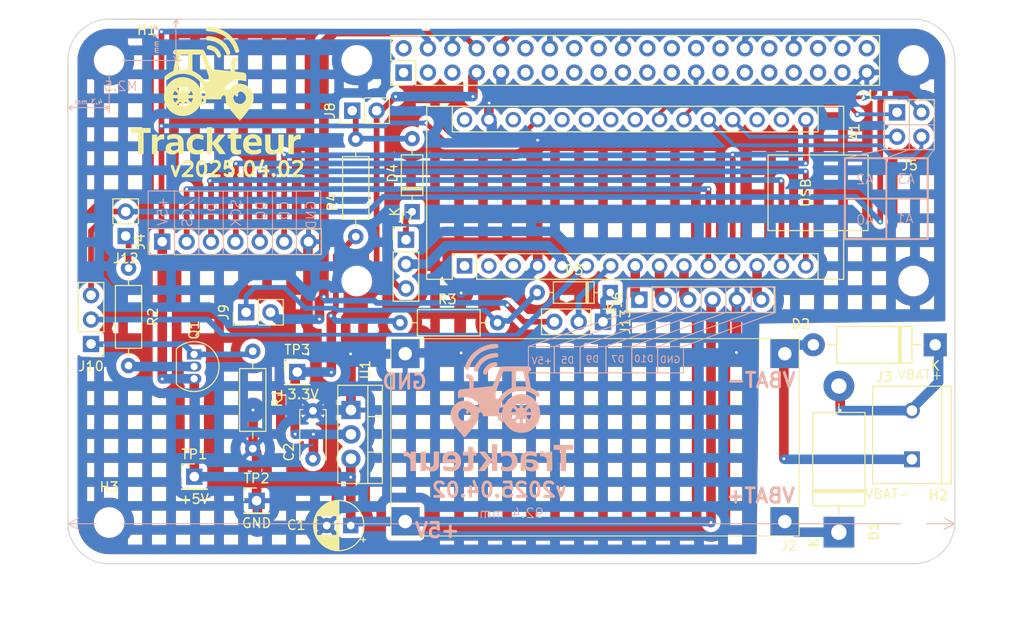
<source format=kicad_pcb>
(kicad_pcb (version 20221018) (generator pcbnew)
  (layers (0 "F.Cu" signal) (31 "B.Cu" signal) (34 "B.Paste" user) (35 "F.Paste" user) (36 "B.SilkS" user "B.Silkscreen") (37 "F.SilkS" user "F.Silkscreen") (38 "B.Mask" user) (39 "F.Mask" user) (44 "Edge.Cuts" user))
  (net 0 "")
  (net 4 "GND")
  (net 5 "CTL")
  (net 6 "TXD_5V")
  (net 7 "RXD_5V")
  (net 8 "{slash}CS")
  (net 9 "CD")
  (net 10 "DI")
  (net 11 "DO")
  (net 12 "SCK")
  (net 19 "+5V")
  (net 22 "RXD")
  (net 23 "Net-(Q1-B)")
  (net 24 "+3.3V")
  (net 29 "TXD")
  (net 54 "CTL_5V")
  (net 55 "D5")
  (net 56 "D9")
  (net 57 "D7")
  (net 58 "D10")
  (net 59 "A0")
  (net 60 "A1")
  (net 61 "A2")
  (net 62 "A3")
  (net 63 "/VBAT+2")
  (net 64 "/VBAT+")
  (net 65 "/VBAT-")
  (net 66 "Net-(D3-K)")
  (net 67 "Net-(D3-A)")
  (net 68 "Net-(D4-K)")
  (net 69 "Net-(D4-A)")
  (net 70 "Net-(J10-Pin_1)")
  (net 71 "Net-(J12-Pin_1)")
  (footprint "Connector_PinHeader_2.54mm:PinHeader_1x01_P2.54mm_Vertical" (layer "F.Cu") (at 176.46 90.53)
    (fp_text reference "TP2")
    (fp_text value "GND")
  )
  (footprint "Diode_THT:D_DO-35_SOD27_P7.62mm_Horizontal" (layer "F.Cu") (at 192.66 60.4 90)
    (fp_text reference "D4")
    (fp_text value "1N4148")
  )
  (footprint "Connector_PinHeader_2.54mm:PinHeader_1x01_P2.54mm_Vertical" (layer "F.Cu") (at 180.69 77.11)
    (fp_text reference "TP3")
    (fp_text value "+3.3V")
  )
  (footprint "Package_TO_SOT_THT:TO-220-3_Vertical" (layer "F.Cu") (at 186.29 81.07 -90)
    (fp_text reference "U1")
    (fp_text value "LD1117S33TR_SOT223")
  )
  (footprint "Diode_THT:D_DO-201AD_P15.24mm_Horizontal" (layer "F.Cu") (at 237.12 93.81 90)
    (fp_text reference "D1")
    (fp_text value "1N5822")
  )
  (footprint "footprint_project:logo_trackteur" (layer "F.Cu") (at 172.299928 48.41741)
    (fp_text reference "G***")
    (fp_text value "LOGO" hide)
  )
  (footprint "MountingHole:MountingHole_2.7mm_M2.5" (layer "F.Cu") (at 161.1 44.62)
    (fp_text reference "H1")
    (fp_text value "MountingHole")
  )
  (footprint "Connector_PinHeader_2.54mm:PinHeader_1x03_P2.54mm_Vertical" (layer "F.Cu") (at 159.21 74.18 180)
    (fp_text reference "J10")
    (fp_text value "Conn_01x03")
  )
  (footprint "Resistor_THT:R_Axial_DIN0207_L6.3mm_D2.5mm_P10.16mm_Horizontal" (layer "F.Cu") (at 163.12 76.44 90)
    (fp_text reference "R2")
    (fp_text value "1k")
  )
  (footprint "Connector_PinHeader_2.54mm:PinHeader_1x03_P2.54mm_Vertical" (layer "F.Cu") (at 212.55 71.87 -90)
    (fp_text reference "J13")
    (fp_text value "Conn_01x03")
  )
  (footprint "Diode_THT:D_DO-35_SOD27_P7.62mm_Horizontal" (layer "F.Cu") (at 213.31 68.82 180)
    (fp_text reference "D3")
    (fp_text value "1N4148")
  )
  (footprint "Diode_THT:D_DO-15_P12.70mm_Horizontal" (layer "F.Cu") (at 247.16 74.27 180)
    (fp_text reference "D2")
    (fp_text value "P6KE18A")
  )
  (footprint "footprint_project:TE_282837-2" (layer "F.Cu") (at 244.73 83.67 90)
    (fp_text reference "J3")
    (fp_text value "BATT_CAR")
  )
  (footprint "Connector_PinHeader_2.54mm:PinHeader_1x06_P2.54mm_Vertical" (layer "F.Cu") (at 216.34 69.57 90)
    (fp_text reference "J6")
    (fp_text value "Conn_01x06")
  )
  (footprint "Capacitor_THT:CP_Radial_D5.0mm_P2.50mm" (layer "F.Cu") (at 186.269513 93.1164 180)
    (fp_text reference "C1")
    (fp_text value "C_Polarized")
  )
  (footprint "MountingHole:MountingHole_2.7mm_M2.5" (layer "F.Cu") (at 186.9 67.62)
    (fp_text reference "H4" hide)
    (fp_text value "MountingHole_2.7mm_M2.5")
  )
  (footprint "Connector_PinHeader_2.54mm:PinHeader_1x02_P2.54mm_Vertical" (layer "F.Cu") (at 175.37 70.88 90)
    (fp_text reference "J9")
    (fp_text value "Conn_01x02")
  )
  (footprint "MountingHole:MountingHole_2.7mm_M2.5" (layer "F.Cu") (at 244.9 44.62)
    (fp_text reference "H3" hide)
    (fp_text value "MountingHole_2.7mm_M2.5")
  )
  (footprint "Resistor_THT:R_Axial_DIN0207_L6.3mm_D2.5mm_P10.16mm_Horizontal" (layer "F.Cu") (at 176.06 85.1 90)
    (fp_text reference "R1")
    (fp_text value "10k")
  )
  (footprint "Connector_PinHeader_2.54mm:PinHeader_1x03_P2.54mm_Vertical" (layer "F.Cu") (at 192.02 63.315)
    (fp_text reference "J7")
    (fp_text value "Conn_01x03")
  )
  (footprint "MountingHole:MountingHole_2.7mm_M2.5" (layer "F.Cu") (at 161.1 92.8)
    (fp_text reference "H3")
    (fp_text value "MountingHole")
  )
  (footprint "Package_TO_SOT_THT:TO-92_Inline" (layer "F.Cu") (at 169.95 75.27 -90)
    (fp_text reference "Q1")
    (fp_text value "2N3904")
  )
  (footprint "Connector_PinHeader_2.54mm:PinHeader_1x02_P2.54mm_Vertical" (layer "F.Cu") (at 162.82 62.925 180)
    (fp_text reference "J12")
    (fp_text value "Conn_01x02")
  )
  (footprint "Connector_PinHeader_2.54mm:PinHeader_1x07_P2.54mm_Vertical" (layer "F.Cu") (at 166.63 63.5212 90)
    (fp_text reference "J4")
    (fp_text value "MicroSD_Breakout")
  )
  (footprint "Connector_PinHeader_2.54mm:PinHeader_1x02_P2.54mm_Vertical" (layer "F.Cu") (at 186.425 49.86 90)
    (fp_text reference "J8")
    (fp_text value "Conn_01x02")
  )
  (footprint "Connector_PinHeader_2.54mm:PinHeader_1x01_P2.54mm_Vertical" (layer "F.Cu") (at 169.97 88.02)
    (fp_text reference "TP1")
    (fp_text value "+5V")
  )
  (footprint "MountingHole:MountingHole_2.7mm_M2.5" (layer "F.Cu") (at 244.9 67.62)
    (fp_text reference "H5" hide)
    (fp_text value "MountingHole_2.7mm_M2.5")
  )
  (footprint "MountingHole:MountingHole_2.7mm_M2.5" (layer "F.Cu") (at 244.9 92.8)
    (fp_text reference "H2")
    (fp_text value "MountingHole")
  )
  (footprint "Resistor_THT:R_Axial_DIN0207_L6.3mm_D2.5mm_P10.16mm_Horizontal" (layer "F.Cu") (at 186.79 52.83 -90)
    (fp_text reference "R4")
    (fp_text value "10k")
  )
  (footprint "Capacitor_THT:C_Disc_D5.0mm_W2.5mm_P5.00mm" (layer "F.Cu") (at 182.33 86.15 90)
    (fp_text reference "C2")
    (fp_text value "C")
  )
  (footprint "footprint_project:LM2596_DC_DC_MODULE" (layer "F.Cu") (at 232.99 94.2 180)
    (fp_text reference "J2")
    (fp_text value "DC/DC")
  )
  (footprint "MountingHole:MountingHole_2.7mm_M2.5" (layer "F.Cu") (at 186.9 44.62)
    (fp_text reference "H2" hide)
    (fp_text value "MountingHole_2.7mm_M2.5")
  )
  (footprint "Connector_PinHeader_2.54mm:PinHeader_2x20_P2.54mm_Vertical" (layer "F.Cu") (at 215.9 44.62 90)
    (fp_text reference "J1")
    (fp_text value "rPi_HDR")
  )
  (footprint "Connector_PinHeader_2.54mm:PinHeader_2x02_P2.54mm_Vertical" (layer "F.Cu") (at 243.1796 50.038)
    (fp_text reference "J5")
    (fp_text value "Conn_02x02_Counter_Clockwise")
  )
  (footprint "Resistor_THT:R_Axial_DIN0207_L6.3mm_D2.5mm_P10.16mm_Horizontal" (layer "F.Cu") (at 201.56 71.97 180)
    (fp_text reference "R3")
    (fp_text value "10k")
  )
  (footprint "Module:Arduino_Nano" (layer "F.Cu") (at 198.12 66.04 90)
    (fp_text reference "A1")
    (fp_text value "Arduino_Nano_v3.x")
  )
  (footprint "footprint_project:logo_trackteur" (layer "B.Cu") (at 200.519272 81.46021 180)
    (fp_text reference "G***")
    (fp_text value "LOGO" hide)
  )
  (gr_line (start 230.4788 68.2076) (end 215.0864 68.3092) (stroke (width 0.1)) (layer "B.SilkS"))
  (gr_line (start 230.5296 70.9) (end 230.4788 68.2076) (stroke (width 0.1)) (layer "B.SilkS"))
  (gr_line (start 225.348 68.2584) (end 225.348 70.9) (stroke (width 0.1)) (layer "B.SilkS"))
  (gr_line (start 241.8588 53.8988) (end 241.8588 48.7172) (stroke (width 0.1)) (layer "B.SilkS"))
  (gr_line (start 241.8588 53.8988) (end 237.744 54.8132) (stroke (width 0.1)) (layer "B.SilkS"))
  (gr_rect (start 204.7766 74.4568) (end 207.469 77.2) (stroke (width 0.1)) (fill none) (layer "B.SilkS"))
  (gr_line (start 217.728 70.8492) (end 207.568 74.4052) (stroke (width 0.1)) (layer "B.SilkS"))
  (gr_line (start 221.03 74.4052) (end 230.5296 70.9) (stroke (width 0.1)) (layer "B.SilkS"))
  (gr_rect (start 237.744 54.8132) (end 246.38 63.246) (stroke (width 0.2)) (fill none) (layer "B.SilkS"))
  (gr_line (start 227.9896 70.9) (end 218.3376 74.4052) (stroke (width 0.1)) (layer "B.SilkS"))
  (gr_line (start 178.1108 64.842) (end 178.1108 58.238) (stroke (width 0.1)) (layer "B.SilkS"))
  (gr_line (start 220.2172 70.9) (end 210.2604 74.4052) (stroke (width 0.1)) (layer "B.SilkS"))
  (gr_line (start 215.0356 70.9) (end 204.8756 74.4052) (stroke (width 0.1)) (layer "B.SilkS"))
  (gr_rect (start 242.062 54.8132) (end 246.38 59.0296) (stroke (width 0.2)) (fill none) (layer "B.SilkS"))
  (gr_line (start 217.728 68.2584) (end 217.728 70.8492) (stroke (width 0.1)) (layer "B.SilkS"))
  (gr_line (start 215.0864 68.3092) (end 215.0356 70.9) (stroke (width 0.1)) (layer "B.SilkS"))
  (gr_line (start 227.9896 68.2076) (end 227.9896 70.9) (stroke (width 0.1)) (layer "B.SilkS"))
  (gr_rect (start 215.5462 74.4568) (end 218.2386 77.2) (stroke (width 0.1)) (fill none) (layer "B.SilkS"))
  (gr_line (start 244.475 48.7426) (end 244.4496 53.8988) (stroke (width 0.1)) (layer "B.SilkS"))
  (gr_line (start 241.8588 51.308) (end 247.0658 51.3334) (stroke (width 0.1)) (layer "B.SilkS"))
  (gr_line (start 220.2172 68.2584) (end 220.2172 70.9) (stroke (width 0.1)) (layer "B.SilkS"))
  (gr_line (start 175.52 64.8928) (end 175.52 58.2888) (stroke (width 0.1)) (layer "B.SilkS"))
  (gr_line (start 247.0404 53.8988) (end 246.38 54.8132) (stroke (width 0.1)) (layer "B.SilkS"))
  (gr_line (start 247.0404 53.8988) (end 241.8588 53.8988) (stroke (width 0.1)) (layer "B.SilkS"))
  (gr_line (start 180.6 64.7912) (end 180.6 58.1872) (stroke (width 0.1)) (layer "B.SilkS"))
  (gr_line (start 247.0912 48.768) (end 247.0404 53.8988) (stroke (width 0.1)) (layer "B.SilkS"))
  (gr_line (start 241.8588 48.7172) (end 247.0912 48.768) (stroke (width 0.1)) (layer "B.SilkS"))
  (gr_line (start 167.9 64.7912) (end 167.9 58.1872) (stroke (width 0.1)) (layer "B.SilkS"))
  (gr_line (start 222.7826 70.9) (end 212.9528 74.4052) (stroke (width 0.1)) (layer "B.SilkS"))
  (gr_line (start 222.7826 68.2584) (end 222.7826 70.9) (stroke (width 0.1)) (layer "B.SilkS"))
  (gr_rect (start 207.469 74.4568) (end 210.1614 77.2) (stroke (width 0.1)) (fill none) (layer "B.SilkS"))
  (gr_rect (start 218.2386 74.4568) (end 220.931 77.2) (stroke (width 0.1)) (fill none) (layer "B.SilkS"))
  (gr_line (start 170.44 64.7912) (end 170.44 58.1872) (stroke (width 0.1)) (layer "B.SilkS"))
  (gr_rect (start 165.1568 62.1496) (end 183.1908 64.842) (stroke (width 0.1)) (fill none) (layer "B.SilkS"))
  (gr_rect (start 212.8538 74.4568) (end 215.5462 77.2) (stroke (width 0.1)) (fill none) (layer "B.SilkS"))
  (gr_line (start 242.062 54.8132) (end 244.4496 53.8988) (stroke (width 0.1)) (layer "B.SilkS"))
  (gr_line (start 225.348 70.9) (end 215.6452 74.4052) (stroke (width 0.1)) (layer "B.SilkS"))
  (gr_line (start 215.0356 70.9) (end 230.5296 70.9) (stroke (width 0.1)) (layer "B.SilkS"))
  (gr_rect (start 165.1568 58.238) (end 183.14 62.1496) (stroke (width 0.1)) (fill none) (layer "B.SilkS"))
  (gr_line (start 172.98 64.842) (end 172.98 58.238) (stroke (width 0.1)) (layer "B.SilkS"))
  (gr_rect (start 210.1614 74.4568) (end 212.8538 77.2) (stroke (width 0.1)) (fill none) (layer "B.SilkS"))
  (gr_rect (start 237.744 59.0296) (end 242.062 63.246) (stroke (width 0.2)) (fill none) (layer "B.SilkS"))
  (gr_line (start 249.2 92.8) (end 249.2 44.62) (stroke (width 0.1)) (layer "Edge.Cuts"))
  (gr_line (start 161.1 97.1) (end 244.9 97.1) (stroke (width 0.1)) (layer "Edge.Cuts"))
  (gr_arc (start 156.8 44.62) (mid 158.059441 41.579441) (end 161.1 40.32) (stroke (width 0.1)) (layer "Edge.Cuts"))
  (gr_line (start 244.9 40.32) (end 161.1 40.32) (stroke (width 0.1)) (layer "Edge.Cuts"))
  (gr_arc (start 249.2 92.8) (mid 247.940559 95.840559) (end 244.9 97.1) (stroke (width 0.1)) (layer "Edge.Cuts"))
  (gr_arc (start 161.1 97.1) (mid 158.059441 95.840559) (end 156.8 92.8) (stroke (width 0.1)) (layer "Edge.Cuts"))
  (gr_line (start 156.8 44.62) (end 156.8 92.8) (stroke (width 0.1)) (layer "Edge.Cuts"))
  (gr_arc (start 244.9 40.32) (mid 247.940559 41.579441) (end 249.2 44.62) (stroke (width 0.1)) (layer "Edge.Cuts"))
  (gr_text "GND" (at 220.677 76.2348) (layer "B.SilkS") (effects (font (size 0.7 0.7) (thickness 0.1)) (justify left bottom mirror)))
  (gr_text "A0\n" (at 240.792 61.8236) (layer "B.SilkS") (effects (font (size 1 1) (thickness 0.1)) (justify left bottom mirror)))
  (gr_text "DO" (at 177.5012 59.2032 90) (layer "B.SilkS") (effects (font (size 1 1) (thickness 0.1)) (justify left bottom mirror)))
  (gr_text "A1" (at 244.9576 61.6712) (layer "B.SilkS") (effects (font (size 1 1) (thickness 0.1)) (justify left bottom mirror)))
  (gr_text "GND" (at 194.3608 78.994) (layer "B.SilkS") (effects (font (size 1.5 1.5) (thickness 0.3) bold) (justify left bottom mirror)))
  (gr_text "M2.5\n" (at 164.12 47.9) (layer "B.SilkS") (effects (font (size 1 1) (thickness 0.1)) (justify left bottom mirror)))
  (gr_text "+5V" (at 167.2396 58.746 90) (layer "B.SilkS") (effects (font (size 1 1) (thickness 0.1)) (justify left bottom mirror)))
  (gr_text "VBAT-" (at 232.7656 78.8416) (layer "B.SilkS") (effects (font (size 1.5 1.5) (thickness 0.3) bold) (justify left bottom mirror)))
  (gr_text "A2" (at 240.792 57.6072) (layer "B.SilkS") (effects (font (size 1 1) (thickness 0.1)) (justify left bottom mirror)))
  (gr_text "VBAT+" (at 232.7148 90.8812) (layer "B.SilkS") (effects (font (size 1.5 1.5) (thickness 0.3) bold) (justify left bottom mirror)))
  (gr_text "v2025.04.02" (at 208.9404 90.2716) (layer "B.SilkS") (effects (font (size 1.5 1.5) (thickness 0.3) bold) (justify left bottom mirror)))
  (gr_text "D10" (at 217.883 76.1332) (layer "B.SilkS") (effects (font (size 0.7 0.7) (thickness 0.1)) (justify left bottom mirror)))
  (gr_text "+5V" (at 207.3166 76.3364) (layer "B.SilkS") (effects (font (size 0.7 0.7) (thickness 0.1)) (justify left bottom mirror)))
  (gr_text "+5V" (at 197.7644 94.488) (layer "B.SilkS") (effects (font (size 1.5 1.5) (thickness 0.3) bold) (justify left bottom mirror)))
  (gr_text "D7" (at 214.835 76.184) (layer "B.SilkS") (effects (font (size 0.7 0.7) (thickness 0.1)) (justify left bottom mirror)))
  (gr_text "DI" (at 172.3704 59.3556 90) (layer "B.SilkS") (effects (font (size 1 1) (thickness 0.1)) (justify left bottom mirror)))
  (gr_text "D9" (at 212.1934 76.184) (layer "B.SilkS") (effects (font (size 0.7 0.7) (thickness 0.1)) (justify left bottom mirror)))
  (gr_text "CD" (at 179.9396 59.2032 90) (layer "B.SilkS") (effects (font (size 1 1) (thickness 0.1)) (justify left bottom mirror)))
  (gr_text "/CS" (at 169.8304 58.9492 90) (layer "B.SilkS") (effects (font (size 1 1) (thickness 0.1)) (justify left bottom mirror)))
  (gr_text "SCK" (at 174.9104 59 90) (layer "B.SilkS") (effects (font (size 1 1) (thickness 0.1)) (justify left bottom mirror)))
  (gr_text "A3" (at 245.11 57.5564) (layer "B.SilkS") (effects (font (size 1 1) (thickness 0.1)) (justify left bottom mirror)))
  (gr_text "GND" (at 182.7336 59.1524 90) (layer "B.SilkS") (effects (font (size 1 1) (thickness 0.1)) (justify left bottom mirror)))
  (gr_text "D5" (at 209.6026 76.2856) (layer "B.SilkS") (effects (font (size 0.7 0.7) (thickness 0.1)) (justify left bottom mirror)))
  (gr_text "VBAT-" (at 239.78 90.41) (layer "F.SilkS") (effects (font (size 1 1) (thickness 0.1)) (justify left bottom)))
  (gr_text "v2025.04.02" (at 167.25 56.8412) (layer "F.SilkS") (effects (font (size 1.5 1.5) (thickness 0.3) bold) (justify left bottom)))
  (gr_text "VBAT+" (at 243.17 78) (layer "F.SilkS") (effects (font (size 1 1) (thickness 0.1)) (justify left bottom)))
  (dimension (type aligned) (layer "B.SilkS") (pts (xy 161.1 44.62) (xy 156.8 44.62)) (height -4.92) (gr_text "4,3 mm" (at 158.95 48.94) (layer "B.SilkS") (effects (font (size 0.5 0.5) (thickness 0.1)) (justify mirror))) (format (prefix "") (suffix "") (units 3) (units_format 1) (precision 4) suppress_zeroes) (style (thickness 0.1) (arrow_length 0.5) (text_position_mode 0) (extension_height 0.58642) (extension_offset 0.5) keep_text_aligned))
  (dimension (type aligned) (layer "B.SilkS") (pts (xy 161.1 44.62) (xy 161.1 40.32)) (height 6.95) (gr_text "4,3 mm" (at 166 42.45 90) (layer "B.SilkS") (effects (font (size 0.5 0.5) (thickness 0.1)) (justify mirror))) (format (prefix "") (suffix "") (units 3) (units_format 1) (precision 4) suppress_zeroes) (style (thickness 0.1) (arrow_length 0.5) (text_position_mode 2) (extension_height 0.58642) (extension_offset 0.5) keep_text_aligned))
  (dimension (type aligned) (layer "B.SilkS") (pts (xy 249.2 92.8) (xy 156.8 92.8)) (height -0.13) (gr_text "92,4 mm" (at 203 91.83) (layer "B.SilkS") (effects (font (size 1 1) (thickness 0.1)) (justify mirror))) (format (prefix "") (suffix "") (units 3) (units_format 1) (precision 4) suppress_zeroes) (style (thickness 0.1) (arrow_length 1.27) (text_position_mode 0) (extension_height 0.58642) (extension_offset 0.5) keep_text_aligned))
  (segment (start 240.04 45.9) (end 240.03 45.89) (width 1) (layer "F.Cu") (net 4))
  (segment (start 176.46 85.5) (end 176.06 85.1) (width 1) (layer "F.Cu") (net 4))
  (segment (start 186.29 81.07) (end 186.29 75.26) (width 1) (layer "F.Cu") (net 4))
  (segment (start 226.45 75.075) (end 226.45 69.62) (width 1) (layer "F.Cu") (net 4))
  (segment (start 232.445 43.315) (end 232.41 43.35) (width 0.6) (layer "F.Cu") (net 4))
  (segment (start 226.45 69.62) (end 226.5 69.57) (width 1) (layer "F.Cu") (net 4))
  (segment (start 186.29 75.26) (end 186.25 75.22) (width 1) (layer "F.Cu") (net 4))
  (segment (start 200.66 50.8) (end 200.66 49.09) (width 1) (layer "F.Cu") (net 4))
  (segment (start 200.66 49.09) (end 200.69 49.06) (width 1) (layer "F.Cu") (net 4))
  (segment (start 205.67 66.11) (end 205.74 66.04) (width 1) (layer "F.Cu") (net 4))
  (segment (start 227.32 43.34) (end 227.33 43.35) (width 0.6) (layer "F.Cu") (net 4))
  (segment (start 205.74 52.945) (end 205.74 66.04) (width 1) (layer "F.Cu") (net 4))
  (segment (start 176.46 90.53) (end 176.46 85.5) (width 1) (layer "F.Cu") (net 4))
  (segment (start 197.77 75.115) (end 197.77 68.865) (width 1) (layer "F.Cu") (net 4))
  (segment (start 176.09 85.07) (end 176.06 85.1) (width 1) (layer "F.Cu") (net 4))
  (segment (start 181.81 63.5812) (end 181.87 63.5212) (width 1) (layer "F.Cu") (net 4))
  (segment (start 176.55 93.01) (end 176.55 90.62) (width 1) (layer "F.Cu") (net 4))
  (segment (start 205.745 52.94) (end 205.74 52.945) (width 1) (layer "F.Cu") (net 4))
  (segment (start 201.92 45.9) (end 201.93 45.89) (width 1) (layer "F.Cu") (net 4))
  (segment (start 176.55 90.62) (end 176.46 90.53) (width 1) (layer "F.Cu") (net 4))
  (segment (start 176.09 81.07) (end 176.09 85.07) (width 1) (layer "F.Cu") (net 4))
  (segment (start 181.81 75.24) (end 181.81 63.5812) (width 1) (layer "F.Cu") (net 4))
  (via (at 200.69 49.06) (size 0.6) (drill 0.3) (layers "F.Cu" "B.Cu") (net 4))
  (via (at 176.55 93.01) (size 0.6) (drill 0.3) (layers "F.Cu" "B.Cu") (net 4))
  (via (at 176.09 81.07) (size 0.6) (drill 0.3) (layers "F.Cu" "B.Cu") (net 4))
  (via (at 186.25 75.22) (size 0.6) (drill 0.3) (layers "F.Cu" "B.Cu") (net 4))
  (via (at 181.81 75.24) (size 0.6) (drill 0.3) (layers "F.Cu" "B.Cu") (net 4))
  (via (at 197.77 75.115) (size 0.6) (drill 0.3) (layers "F.Cu" "B.Cu") (net 4))
  (via (at 197.77 68.865) (size 0.6) (drill 0.3) (layers "F.Cu" "B.Cu") (net 4))
  (via (at 205.745 52.94) (size 0.6) (drill 0.3) (layers "F.Cu" "B.Cu") (net 4))
  (via (at 226.45 75.075) (size 0.6) (drill 0.3) (layers "F.Cu" "B.Cu") (net 4))
  (segment (start 200.995 51.135) (end 200.66 50.8) (width 1) (layer "B.Cu") (net 4))
  (segment (start 214.63 43.35) (end 214.63 42.42) (width 0.6) (layer "B.Cu") (net 4))
  (segment (start 183.5164 93.1164) (end 183.5 93.1) (width 1) (layer "B.Cu") (net 4))
  (segment (start 197.77 68.865) (end 198.305 68.33) (width 1) (layer "B.Cu") (net 4))
  (segment (start 222.25 49.03) (end 236.89 49.03) (width 0.4) (layer "B.Cu") (net 4))
  (segment (start 191.94 75.2) (end 192.025 75.115) (width 1) (layer "B.Cu") (net 4))
  (segment (start 186.29 81.07) (end 182.41 81.07) (width 1) (layer "B.Cu") (net 4))
  (segment (start 196.85 43.35) (end 196.85 42.24) (width 0.6) (layer "B.Cu") (net 4))
  (segment (start 207.01 43.35) (end 207.01 41.63) (width 0.6) (layer "B.Cu") (net 4))
  (segment (start 227.33 43.35) (end 227.33 42.37) (width 0.6) (layer "B.Cu") (net 4))
  (segment (start 241.77 41.645) (end 241.795 41.62) (width 0.6) (layer "B.Cu") (net 4))
  (segment (start 192.025 75.115) (end 197.77 75.115) (width 1) (layer "B.Cu") (net 4))
  (segment (start 232.41 42.27) (end 233.06 41.62) (width 0.6) (layer "B.Cu") (net 4))
  (segment (start 241.795 41.62) (end 233.06 41.62) (width 0.6) (layer "B.Cu") (net 4))
  (segment (start 183.5 93.1) (end 176.64 93.1) (width 1) (layer "B.Cu") (net 4))
  (segment (start 197.47 41.62) (end 207 41.62) (width 0.6) (layer "B.Cu") (net 4))
  (segment (start 205.72 52.915) (end 200.995 52.915) (width 1) (layer "B.Cu") (net 4))
  (segment (start 181.83 75.22) (end 181.81 75.24) (width 1) (layer "B.Cu") (net 4))
  (segment (start 226.41 75.115) (end 226.45 75.075) (width 1) (layer "B.Cu") (net 4))
  (segment (start 203.52 68.33) (end 205.74 66.11) (width 1) (layer "B.Cu") (net 4))
  (segment (start 222.25 45.89) (end 222.25 49.03) (width 0.4) (layer "B.Cu") (net 4))
  (segment (start 176.64 93.1) (end 176.55 93.01) (width 1) (layer "B.Cu") (net 4))
  (segment (start 196.85 42.24) (end 197.47 41.62) (width 0.6) (layer "B.Cu") (net 4))
  (segment (start 201.92 49.06) (end 222.22 49.06) (width 1) (layer "B.Cu") (net 4))
  (segment (start 236.89 49.03) (end 240.03 45.89) (width 0.4) (layer "B.Cu") (net 4))
  (segment (start 227.33 42.37) (end 228.08 41.62) (width 0.6) (layer "B.Cu") (net 4))
  (segment (start 201.93 49.05) (end 201.92 49.06) (width 1) (layer "B.Cu") (net 4))
  (segment (start 200.995 52.915) (end 200.995 51.135) (width 1) (layer "B.Cu") (net 4))
  (segment (start 201.93 45.89) (end 201.93 49.05) (width 1) (layer "B.Cu") (net 4))
  (segment (start 207.01 41.63) (end 207.02 41.62) (width 0.6) (layer "B.Cu") (net 4))
  (segment (start 240.055 45.865) (end 241.77 45.865) (width 0.6) (layer "B.Cu") (net 4))
  (segment (start 183.769513 93.1164) (end 183.5164 93.1164) (width 1) (layer "B.Cu") (net 4))
  (segment (start 198.305 68.33) (end 203.52 68.33) (width 1) (layer "B.Cu") (net 4))
  (segment (start 186.25 75.22) (end 191.92 75.22) (width 1) (layer "B.Cu") (net 4))
  (segment (start 240.03 45.89) (end 240.055 45.865) (width 0.6) (layer "B.Cu") (net 4))
  (segment (start 228.08 41.62) (end 215.43 41.62) (width 0.6) (layer "B.Cu") (net 4))
  (segment (start 222.22 49.06) (end 222.25 49.03) (width 1) (layer "B.Cu") (net 4))
  (segment (start 191.92 75.22) (end 191.94 75.2) (width 1) (layer "B.Cu") (net 4))
  (segment (start 182.25 81.07) (end 176.09 81.07) (width 1) (layer "B.Cu") (net 4))
  (segment (start 215.43 41.62) (end 207.02 41.62) (width 0.6) (layer "B.Cu") (net 4))
  (segment (start 200.69 49.06) (end 201.92 49.06) (width 1) (layer "B.Cu") (net 4))
  (segment (start 182.33 81.15) (end 182.25 81.07) (width 1) (layer "B.Cu") (net 4))
  (segment (start 207 41.62) (end 207.01 41.63) (width 0.6) (layer "B.Cu") (net 4))
  (segment (start 182.41 81.07) (end 182.33 81.15) (width 1) (layer "B.Cu") (net 4))
  (segment (start 241.77 45.865) (end 241.77 41.645) (width 0.6) (layer "B.Cu") (net 4))
  (segment (start 233.06 41.62) (end 228.08 41.62) (width 0.6) (layer "B.Cu") (net 4))
  (segment (start 197.77 75.115) (end 226.41 75.115) (width 1) (layer "B.Cu") (net 4))
  (segment (start 232.41 43.35) (end 232.41 42.27) (width 0.6) (layer "B.Cu") (net 4))
  (segment (start 186.25 75.22) (end 181.83 75.22) (width 1) (layer "B.Cu") (net 4))
  (segment (start 205.745 52.94) (end 205.72 52.915) (width 1) (layer "B.Cu") (net 4))
  (segment (start 214.63 42.42) (end 215.43 41.62) (width 0.6) (layer "B.Cu") (net 4))
  (segment (start 205.74 66.11) (end 205.74 66.04) (width 1) (layer "B.Cu") (net 4))
  (segment (start 188.965 49.86) (end 189.475 49.86) (width 0.6) (layer "F.Cu") (net 5))
  (segment (start 189.475 49.86) (end 190.945 48.39) (width 0.6) (layer "F.Cu") (net 5))
  (segment (start 192.02 68.395) (end 191.395 68.395) (width 0.6) (layer "F.Cu") (net 5))
  (segment (start 198.995 46.285) (end 199.39 45.89) (width 1) (layer "F.Cu") (net 5))
  (segment (start 198.995 48.39) (end 198.995 46.285) (width 1) (layer "F.Cu") (net 5))
  (segment (start 188.965 65.965) (end 188.965 49.86) (width 0.6) (layer "F.Cu") (net 5))
  (segment (start 190.93 48.405) (end 190.945 48.39) (width 1) (layer "F.Cu") (net 5))
  (segment (start 191.395 68.395) (end 188.965 65.965) (width 0.6) (layer "F.Cu") (net 5))
  (via (at 190.945 48.39) (size 0.6) (drill 0.3) (layers "F.Cu" "B.Cu") (net 5))
  (via (at 198.995 48.39) (size 0.6) (drill 0.3) (layers "F.Cu" "B.Cu") (net 5))
  (segment (start 190.945 48.39) (end 198.995 48.39) (width 1) (layer "B.Cu") (net 5))
  (segment (start 159.21 71.64) (end 171.37 71.64) (width 0.6) (layer "B.Cu") (net 6))
  (segment (start 171.37 71.64) (end 172.83 73.1) (width 0.6) (layer "B.Cu") (net 6))
  (segment (start 172.83 73.1) (end 172.95 73.22) (width 0.4) (layer "B.Cu") (net 6))
  (segment (start 172.95 73.22) (end 203.64 73.22) (width 0.4) (layer "B.Cu") (net 6))
  (segment (start 203.64 73.22) (end 203.76 73.1) (width 0.4) (layer "B.Cu") (net 6))
  (segment (start 203.76 73.1) (end 210.82 66.04) (width 0.6) (layer "B.Cu") (net 6))
  (segment (start 210.01 69.39) (end 210.01 71.87) (width 0.6) (layer "B.Cu") (net 7))
  (segment (start 213.36 66.04) (end 210.01 69.39) (width 0.6) (layer "B.Cu") (net 7))
  (segment (start 223.52 66.04) (end 223.52 58.065) (width 0.6) (layer "F.Cu") (net 8))
  (segment (start 169.17 63.5212) (end 169.17 58.04) (width 0.6) (layer "F.Cu") (net 8))
  (segment (start 223.52 58.065) (end 223.545 58.04) (width 0.6) (layer "F.Cu") (net 8))
  (via (at 169.17 58.04) (size 0.6) (drill 0.3) (layers "F.Cu" "B.Cu") (net 8))
  (via (at 223.545 58.04) (size 0.6) (drill 0.3) (layers "F.Cu" "B.Cu") (net 8))
  (segment (start 169.17 58.04) (end 223.545 58.04) (width 0.6) (layer "B.Cu") (net 8))
  (segment (start 179.33 54.455) (end 179.345 54.44) (width 0.6) (layer "F.Cu") (net 9))
  (segment (start 179.33 63.5212) (end 179.33 54.455) (width 0.6) (layer "F.Cu") (net 9))
  (segment (start 226.06 54.455) (end 226.045 54.44) (width 0.6) (layer "F.Cu") (net 9))
  (segment (start 226.06 66.04) (end 226.06 54.455) (width 0.6) (layer "F.Cu") (net 9))
  (via (at 179.345 54.44) (size 0.6) (drill 0.3) (layers "F.Cu" "B.Cu") (net 9))
  (via (at 226.045 54.44) (size 0.6) (drill 0.3) (layers "F.Cu" "B.Cu") (net 9))
  (segment (start 179.345 54.44) (end 179.425 54.52) (width 0.6) (layer "B.Cu") (net 9))
  (segment (start 225.965 54.52) (end 226.045 54.44) (width 0.6) (layer "B.Cu") (net 9))
  (segment (start 179.425 54.52) (end 225.965 54.52) (width 0.6) (layer "B.Cu") (net 9))
  (segment (start 226.045 54.44) (end 233.27 54.44) (width 0.6) (layer "B.Cu") (net 9))
  (segment (start 231.14 66.04) (end 231.14 57.185) (width 0.6) (layer "F.Cu") (net 10))
  (segment (start 231.14 57.185) (end 231.12 57.165) (width 0.6) (layer "F.Cu") (net 10))
  (segment (start 171.71 57.28) (end 171.595 57.165) (width 0.6) (layer "F.Cu") (net 10))
  (segment (start 171.71 63.5212) (end 171.71 57.28) (width 0.6) (layer "F.Cu") (net 10))
  (via (at 231.12 57.165) (size 0.6) (drill 0.3) (layers "F.Cu" "B.Cu") (net 10))
  (via (at 171.595 57.165) (size 0.6) (drill 0.3) (layers "F.Cu" "B.Cu") (net 10))
  (segment (start 231.045 57.09) (end 231.12 57.165) (width 0.6) (layer "B.Cu") (net 10))
  (segment (start 171.67 57.09) (end 231.045 57.09) (width 0.6) (layer "B.Cu") (net 10))
  (segment (start 171.595 57.165) (end 171.67 57.09) (width 0.6) (layer "B.Cu") (net 10))
  (segment (start 233.68 56.22) (end 233.65 56.19) (width 0.6) (layer "F.Cu") (net 11))
  (segment (start 233.68 66.04) (end 233.68 56.22) (width 0.6) (layer "F.Cu") (net 11))
  (segment (start 176.79 63.5212) (end 176.79 56.2) (width 0.6) (layer "F.Cu") (net 11))
  (segment (start 176.79 56.2) (end 176.8 56.19) (width 0.6) (layer "F.Cu") (net 11))
  (via (at 176.8 56.19) (size 0.6) (drill 0.3) (layers "F.Cu" "B.Cu") (net 11))
  (via (at 233.65 56.19) (size 0.6) (drill 0.3) (layers "F.Cu" "B.Cu") (net 11))
  (segment (start 176.8 56.19) (end 233.65 56.19) (width 0.6) (layer "B.Cu") (net 11))
  (segment (start 233.68 50.8) (end 233.68 55.335) (width 0.6) (layer "F.Cu") (net 12))
  (segment (start 174.3 63.4712) (end 174.25 63.5212) (width 0.6) (layer "F.Cu") (net 12))
  (segment (start 233.68 55.335) (end 233.65 55.365) (width 0.6) (layer "F.Cu") (net 12))
  (segment (start 174.3 55.375) (end 174.3 63.4712) (width 0.6) (layer "F.Cu") (net 12))
  (via (at 233.65 55.365) (size 0.6) (drill 0.3) (layers "F.Cu" "B.Cu") (net 12))
  (via (at 174.3 55.375) (size 0.6) (drill 0.3) (layers "F.Cu" "B.Cu") (net 12))
  (segment (start 174.31 55.365) (end 174.3 55.375) (width 0.6) (layer "B.Cu") (net 12))
  (segment (start 176.77 55.365) (end 174.31 55.365) (width 0.6) (layer "B.Cu") (net 12))
  (segment (start 176.77 55.365) (end 233.65 55.365) (width 0.6) (layer "B.Cu") (net 12))
  (segment (start 203.39 53.15) (end 202.59 53.15) (width 0.5) (layer "F.Cu") (net 19))
  (segment (start 223.8 69.73) (end 223.96 69.57) (width 1) (layer "F.Cu") (net 19))
  (segment (start 186.269513 93.1164) (end 186.269513 88.07) (width 1) (layer "F.Cu") (net 19))
  (segment (start 196.11 53.15) (end 194.11 51.15) (width 0.5) (layer "F.Cu") (net 19))
  (segment (start 202.59 53.15) (end 196.11 53.15) (width 0.5) (layer "F.Cu") (net 19))
  (segment (start 223.8 92.8) (end 223.8 69.73) (width 1) (layer "F.Cu") (net 19))
  (segment (start 166.63 77.83) (end 166.63 63.5212) (width 1) (layer "F.Cu") (net 19))
  (segment (start 166.55 63.4412) (end 166.63 63.5212) (width 0.6) (layer "F.Cu") (net 19))
  (segment (start 166.55 41.62) (end 166.55 51.45) (width 0.6) (layer "F.Cu") (net 19))
  (segment (start 169.97 88.02) (end 169.97 77.83) (width 1) (layer "F.Cu") (net 19))
  (segment (start 205.74 50.8) (end 203.39 53.15) (width 0.5) (layer "F.Cu") (net 19))
  (segment (start 186.269513 86.170487) (end 186.269513 88.07) (width 1) (layer "F.Cu") (net 19))
  (segment (start 186.29 86.15) (end 186.269513 86.170487) (width 1) (layer "F.Cu") (net 19))
  (segment (start 166.55 51.45) (end 166.55 63.4412) (width 0.6) (layer "F.Cu") (net 19))
  (segment (start 169.97 77.83) (end 169.95 77.81) (width 1) (layer "F.Cu") (net 19))
  (via (at 194.11 51.15) (size 0.6) (drill 0.3) (layers "F.Cu" "B.Cu") (net 19))
  (via (at 166.55 41.62) (size 0.6) (drill 0.3) (layers "F.Cu" "B.Cu") (net 19))
  (via (at 223.8 92.8) (size 0.6) (drill 0.3) (layers "F.Cu" "B.Cu") (net 19))
  (via (at 166.63 77.83) (size 0.6) (drill 0.3) (layers "F.Cu" "B.Cu") (net 19))
  (via (at 166.55 51.45) (size 0.6) (drill 0.3) (layers "F.Cu" "B.Cu") (net 19))
  (via (at 186.269513 88.07) (size 0.6) (drill 0.3) (layers "F.Cu" "B.Cu") (net 19))
  (segment (start 190.11 51.15) (end 189.81 51.45) (width 0.5) (layer "B.Cu") (net 19))
  (segment (start 191.94 92.7) (end 223.7 92.7) (width 1) (layer "B.Cu") (net 19))
  (segment (start 186.685913 92.7) (end 186.269513 93.1164) (width 1) (layer "B.Cu") (net 19))
  (segment (start 194.31 42.47) (end 193.46 41.62) (width 0.6) (layer "B.Cu") (net 19))
  (segment (start 186.27 88.02) (end 169.97 88.02) (width 1) (layer "B.Cu") (net 19))
  (segment (start 194.11 51.15) (end 190.11 51.15) (width 0.5) (layer "B.Cu") (net 19))
  (segment (start 223.7 92.7) (end 223.8 92.8) (width 1) (layer "B.Cu") (net 19))
  (segment (start 169.95 77.81) (end 166.65 77.81) (width 1) (layer "B.Cu") (net 19))
  (segment (start 186.269513 88.07) (end 186.32 88.07) (width 1) (layer "B.Cu") (net 19))
  (segment (start 191.94 92.7) (end 186.685913 92.7) (width 1) (layer "B.Cu") (net 19))
  (segment (start 193.46 41.62) (end 166.55 41.62) (width 0.6) (layer "B.Cu") (net 19))
  (segment (start 186.32 88.07) (end 186.27 88.02) (width 1) (layer "B.Cu") (net 19))
  (segment (start 189.81 51.45) (end 166.55 51.45) (width 0.5) (layer "B.Cu") (net 19))
  (segment (start 166.65 77.81) (end 166.63 77.83) (width 1) (layer "B.Cu") (net 19))
  (segment (start 194.31 43.35) (end 194.31 42.47) (width 0.6) (layer "B.Cu") (net 19))
  (segment (start 202.59 70.13) (end 204.33 71.87) (width 0.6) (layer "F.Cu") (net 22))
  (segment (start 183.47 69.27) (end 183.47 42.77) (width 1) (layer "F.Cu") (net 22))
  (segment (start 197.885 41.845) (end 197.86 41.82) (width 0.6) (layer "F.Cu") (net 22))
  (segment (start 197.86 41.82) (end 184.42 41.82) (width 0.6) (layer "F.Cu") (net 22))
  (segment (start 199.39 43.35) (end 197.885 41.845) (width 0.6) (layer "F.Cu") (net 22))
  (segment (start 183.01 69.73) (end 183.01 71.6) (width 1) (layer "F.Cu") (net 22))
  (segment (start 197.885 41.845) (end 197.66 41.62) (width 0.6) (layer "F.Cu") (net 22))
  (segment (start 183.47 42.77) (end 184.42 41.82) (width 1) (layer "F.Cu") (net 22))
  (segment (start 183.39 69.35) (end 183.01 69.73) (width 1) (layer "F.Cu") (net 22))
  (segment (start 204.33 71.87) (end 207.47 71.87) (width 0.6) (layer "F.Cu") (net 22))
  (segment (start 183.39 69.35) (end 183.47 69.27) (width 1) (layer "F.Cu") (net 22))
  (via (at 183.47 69.27) (size 0.6) (drill 0.3) (layers "F.Cu" "B.Cu") (net 22))
  (via (at 202.59 70.13) (size 0.6) (drill 0.3) (layers "F.Cu" "B.Cu") (net 22))
  (via (at 183.01 71.6) (size 0.6) (drill 0.3) (layers "F.Cu" "B.Cu") (net 22))
  (segment (start 183.39 69.35) (end 183.7 69.66) (width 0.6) (layer "B.Cu") (net 22))
  (segment (start 188.72 69.66) (end 188.96 69.9) (width 0.6) (layer "B.Cu") (net 22))
  (segment (start 202.36 69.9) (end 202.59 70.13) (width 0.6) (layer "B.Cu") (net 22))
  (segment (start 183.7 69.66) (end 188.72 69.66) (width 0.6) (layer "B.Cu") (net 22))
  (segment (start 178.63 71.6) (end 177.91 70.88) (width 1) (layer "B.Cu") (net 22))
  (segment (start 183.01 71.6) (end 178.63 71.6) (width 1) (layer "B.Cu") (net 22))
  (segment (start 188.96 69.9) (end 202.36 69.9) (width 0.6) (layer "B.Cu") (net 22))
  (segment (start 163.22 76.54) (end 163.12 76.44) (width 1) (layer "B.Cu") (net 23))
  (segment (start 169.95 76.54) (end 163.22 76.54) (width 1) (layer "B.Cu") (net 23))
  (segment (start 184.195 71.24) (end 184.72 70.715) (width 0.6) (layer "F.Cu") (net 24))
  (segment (start 182.38 86.1) (end 182.33 86.15) (width 1) (layer "F.Cu") (net 24))
  (segment (start 184.245 71.29) (end 184.195 71.24) (width 0.6) (layer "F.Cu") (net 24))
  (segment (start 182.38 83.59) (end 182.38 86.1) (width 1) (layer "F.Cu") (net 24))
  (segment (start 184.72 64.96) (end 184.82 64.96) (width 0.6) (layer "F.Cu") (net 24))
  (segment (start 184.82 64.96) (end 186.79 62.99) (width 0.6) (layer "F.Cu") (net 24))
  (segment (start 180.48 83.59) (end 180.48 77.32) (width 1) (layer "F.Cu") (net 24))
  (segment (start 184.72 70.715) (end 184.72 64.96) (width 0.6) (layer "F.Cu") (net 24))
  (segment (start 180.48 77.32) (end 180.69 77.11) (width 1) (layer "F.Cu") (net 24))
  (segment (start 184.245 77.14) (end 184.245 71.29) (width 1) (layer "F.Cu") (net 24))
  (via (at 184.195 71.24) (size 0.6) (drill 0.3) (layers "F.Cu" "B.Cu") (net 24))
  (via (at 182.38 83.59) (size 0.6) (drill 0.3) (layers "F.Cu" "B.Cu") (net 24))
  (via (at 184.245 77.14) (size 0.6) (drill 0.3) (layers "F.Cu" "B.Cu") (net 24))
  (via (at 180.48 83.59) (size 0.6) (drill 0.3) (layers "F.Cu" "B.Cu") (net 24))
  (segment (start 191.4 71.78) (end 184.735 71.78) (width 0.6) (layer "B.Cu") (net 24))
  (segment (start 184.735 71.78) (end 184.195 71.24) (width 0.6) (layer "B.Cu") (net 24))
  (segment (start 182.4 83.61) (end 182.38 83.59) (width 1) (layer "B.Cu") (net 24))
  (segment (start 180.69 77.11) (end 184.215 77.11) (width 1) (layer "B.Cu") (net 24))
  (segment (start 186.29 83.61) (end 182.4 83.61) (width 1) (layer "B.Cu") (net 24))
  (segment (start 184.215 77.11) (end 184.245 77.14) (width 1) (layer "B.Cu") (net 24))
  (segment (start 182.38 83.59) (end 180.48 83.59) (width 1) (layer "B.Cu") (net 24))
  (segment (start 201.93 43.35) (end 201.93 42.85) (width 0.6) (layer "F.Cu") (net 29))
  (segment (start 241.24 41.65) (end 241.87 42.28) (width 0.6) (layer "F.Cu") (net 29))
  (segment (start 241.58 48.77) (end 241.43 48.92) (width 0.6) (layer "F.Cu") (net 29))
  (segment (start 159.21 62.39) (end 159.21 69.1) (width 0.6) (layer "F.Cu") (net 29))
  (segment (start 241.92 42.28) (end 241.92 48.43) (width 0.6) (layer "F.Cu") (net 29))
  (segment (start 241.43 48.92) (end 241.43 61.42) (width 0.6) (layer "F.Cu") (net 29))
  (segment (start 162.82 60.385) (end 161.215 60.385) (width 0.6) (layer "F.Cu") (net 29))
  (segment (start 241.21 41.62) (end 241.24 41.65) (width 0.6) (layer "F.Cu") (net 29))
  (segment (start 161.215 60.385) (end 159.21 62.39) (width 0.6) (layer "F.Cu") (net 29))
  (segment (start 203.16 41.62) (end 241.21 41.62) (width 0.6) (layer "F.Cu") (net 29))
  (segment (start 241.92 48.43) (end 241.58 48.77) (width 0.6) (layer "F.Cu") (net 29))
  (segment (start 241.87 42.28) (end 241.92 42.28) (width 0.6) (layer "F.Cu") (net 29))
  (segment (start 201.93 42.85) (end 203.16 41.62) (width 0.6) (layer "F.Cu") (net 29))
  (via (at 241.43 61.42) (size 0.6) (drill 0.3) (layers "F.Cu" "B.Cu") (net 29))
  (segment (start 162.82 60.385) (end 188.115 60.385) (width 0.6) (layer "B.Cu") (net 29))
  (segment (start 238.87 58.86) (end 241.43 61.42) (width 0.6) (layer "B.Cu") (net 29))
  (segment (start 188.115 60.385) (end 189.64 58.86) (width 0.6) (layer "B.Cu") (net 29))
  (segment (start 189.64 58.86) (end 238.87 58.86) (width 0.6) (layer "B.Cu") (net 29))
  (segment (start 208.29 66.03) (end 208.28 66.04) (width 1) (layer "F.Cu") (net 54))
  (segment (start 194.275 65.855) (end 192.02 65.855) (width 1) (layer "B.Cu") (net 54))
  (segment (start 208.28 66.04) (end 208.28 65.38) (width 1) (layer "B.Cu") (net 54))
  (segment (start 196.18 63.95) (end 194.275 65.855) (width 1) (layer "B.Cu") (net 54))
  (segment (start 208.28 65.38) (end 206.85 63.95) (width 1) (layer "B.Cu") (net 54))
  (segment (start 206.85 63.95) (end 196.18 63.95) (width 1) (layer "B.Cu") (net 54))
  (segment (start 215.9 69.13) (end 216.34 69.57) (width 1) (layer "F.Cu") (net 55))
  (segment (start 215.9 66.04) (end 215.9 69.13) (width 1) (layer "F.Cu") (net 55))
  (segment (start 218.44 66.04) (end 218.44 69.13) (width 1) (layer "F.Cu") (net 56))
  (segment (start 218.44 69.13) (end 218.88 69.57) (width 1) (layer "F.Cu") (net 56))
  (segment (start 220.98 66.04) (end 220.98 69.13) (width 1) (layer "F.Cu") (net 57))
  (segment (start 220.98 69.13) (end 221.42 69.57) (width 1) (layer "F.Cu") (net 57))
  (segment (start 228.6 66.04) (end 228.6 69.13) (width 1) (layer "F.Cu") (net 58))
  (segment (start 228.6 69.13) (end 229.04 69.57) (width 1) (layer "F.Cu") (net 58))
  (segment (start 227.838 52.578) (end 243.1796 52.578) (width 0.4) (layer "B.Cu") (net 59))
  (segment (start 226.06 50.8) (end 227.838 52.578) (width 0.4) (layer "B.Cu") (net 59))
  (segment (start 242.49 54.53) (end 244.96 54.53) (width 0.4) (layer "B.Cu") (net 60))
  (segment (start 245.7196 53.7704) (end 245.7196 52.578) (width 0.4) (layer "B.Cu") (net 60))
  (segment (start 226.19 53.47) (end 241.43 53.47) (width 0.4) (layer "B.Cu") (net 60))
  (segment (start 241.43 53.47) (end 242.49 54.53) (width 0.4) (layer "B.Cu") (net 60))
  (segment (start 244.96 54.53) (end 245.7196 53.7704) (width 0.4) (layer "B.Cu") (net 60))
  (segment (start 223.52 50.8) (end 226.19 53.47) (width 0.4) (layer "B.Cu") (net 60))
  (segment (start 220.98 50.8) (end 220.98 50.42) (width 0.4) (layer "F.Cu") (net 61))
  (segment (start 238.12 49.32) (end 239.04 50.24) (width 0.4) (layer "F.Cu") (net 61))
  (segment (start 222.08 49.32) (end 238.12 49.32) (width 0.4) (layer "F.Cu") (net 61))
  (segment (start 220.98 50.42) (end 222.08 49.32) (width 0.4) (layer "F.Cu") (net 61))
  (via (at 239.04 50.24) (size 0.6) (drill 0.3) (layers "F.Cu" "B.Cu") (net 61))
  (segment (start 239.04 50.24) (end 242.9776 50.24) (width 0.4) (layer "B.Cu") (net 61))
  (segment (start 242.9776 50.24) (end 243.1796 50.038) (width 0.4) (layer "B.Cu") (net 61))
  (segment (start 218.44 50.8) (end 218.44 50.13) (width 0.4) (layer "F.Cu") (net 62))
  (segment (start 220.09 48.48) (end 220.15 48.48) (width 0.4) (layer "F.Cu") (net 62))
  (segment (start 218.44 50.13) (end 219.84 48.73) (width 0.4) (layer "F.Cu") (net 62))
  (segment (start 219.84 48.73) (end 220.09 48.48) (width 0.4) (layer "F.Cu") (net 62))
  (segment (start 220.15 48.48) (end 239.66 48.48) (width 0.4) (layer "F.Cu") (net 62))
  (segment (start 239.66 48.48) (end 239.69 48.51) (width 0.4) (layer "F.Cu") (net 62))
  (via (at 239.69 48.51) (size 0.6) (drill 0.3) (layers "F.Cu" "B.Cu") (net 62))
  (segment (start 244.1916 48.51) (end 245.7196 50.038) (width 0.4) (layer "B.Cu") (net 62))
  (segment (start 239.69 48.51) (end 244.1916 48.51) (width 0.4) (layer "B.Cu") (net 62))
  (segment (start 232.6 93.81) (end 231.49 92.7) (width 1) (layer "B.Cu") (net 63))
  (segment (start 237.12 93.81) (end 232.6 93.81) (width 1) (layer "B.Cu") (net 63))
  (segment (start 237.26 78.71) (end 237.12 78.57) (width 0.6) (layer "F.Cu") (net 64))
  (segment (start 237.26 81.11) (end 237.26 78.71) (width 1) (layer "F.Cu") (net 64))
  (via (at 237.26 81.11) (size 0.6) (drill 0.3) (layers "F.Cu" "B.Cu") (net 64))
  (segment (start 244.73 81.13) (end 243.96 81.13) (width 1) (layer "B.Cu") (net 64))
  (segment (start 244.54 81.13) (end 247.51 78.16) (width 1) (layer "B.Cu") (net 64))
  (segment (start 247.51 78.16) (end 247.51 74.28) (width 1) (layer "B.Cu") (net 64))
  (segment (start 243.96 81.13) (end 244.54 81.13) (width 1) (layer "B.Cu") (net 64))
  (segment (start 237.28 81.13) (end 237.26 81.11) (width 0.6) (layer "B.Cu") (net 64))
  (segment (start 243.96 81.13) (end 237.28 81.13) (width 1) (layer "B.Cu") (net 64))
  (segment (start 231.39 75.3) (end 231.49 75.2) (width 0.6) (layer "F.Cu") (net 65))
  (segment (start 231.39 86.15) (end 231.39 75.3) (width 1) (layer "F.Cu") (net 65))
  (via (at 231.39 86.15) (size 0.6) (drill 0.3) (layers "F.Cu" "B.Cu") (net 65))
  (segment (start 234.95 74.29) (end 232.4 74.29) (width 1) (layer "B.Cu") (net 65))
  (segment (start 232.4 74.29) (end 231.49 75.2) (width 0.6) (layer "B.Cu") (net 65))
  (segment (start 231.45 86.21) (end 231.39 86.15) (width 0.6) (layer "B.Cu") (net 65))
  (segment (start 244.73 86.21) (end 231.45 86.21) (width 1) (layer "B.Cu") (net 65))
  (segment (start 212.55 71.87) (end 212.55 69.58) (width 0.6) (layer "B.Cu") (net 66))
  (segment (start 212.55 69.58) (end 213.31 68.82) (width 0.6) (layer "B.Cu") (net 66))
  (segment (start 200.25 70.66) (end 184.89 70.66) (width 0.5) (layer "B.Cu") (net 67))
  (segment (start 176.25 68.29) (end 175.35 69.19) (width 0.5) (layer "B.Cu") (net 67))
  (segment (start 175.35 69.19) (end 175.37 69.21) (width 0.5) (layer "B.Cu") (net 67))
  (segment (start 175.37 69.21) (end 175.37 70.88) (width 0.5) (layer "B.Cu") (net 67))
  (segment (start 201.56 71.97) (end 200.25 70.66) (width 0.5) (layer "B.Cu") (net 67))
  (segment (start 181.52 70.45) (end 179.36 68.29) (width 0.5) (layer "B.Cu") (net 67))
  (segment (start 201.56 71.78) (end 202.73 71.78) (width 0.6) (layer "B.Cu") (net 67))
  (segment (start 184.89 70.66) (end 184.68 70.45) (width 0.5) (layer "B.Cu") (net 67))
  (segment (start 184.68 70.45) (end 181.52 70.45) (width 0.5) (layer "B.Cu") (net 67))
  (segment (start 202.73 71.78) (end 205.69 68.82) (width 0.6) (layer "B.Cu") (net 67))
  (segment (start 179.36 68.29) (end 176.25 68.29) (width 0.5) (layer "B.Cu") (net 67))
  (segment (start 192.02 61.04) (end 192.66 60.4) (width 0.6) (layer "F.Cu") (net 68))
  (segment (start 192.02 63.315) (end 192.02 61.04) (width 0.6) (layer "F.Cu") (net 68))
  (segment (start 186.79 52.83) (end 186.79 50.225) (width 0.6) (layer "F.Cu") (net 69))
  (segment (start 186.79 50.225) (end 186.425 49.86) (width 0.6) (layer "F.Cu") (net 69))
  (segment (start 186.79 52.83) (end 186.84 52.78) (width 0.6) (layer "B.Cu") (net 69))
  (segment (start 186.84 52.78) (end 192.66 52.78) (width 0.6) (layer "B.Cu") (net 69))
  (segment (start 176.07 74.93) (end 176.06 74.94) (width 0.6) (layer "F.Cu") (net 70))
  (segment (start 169.95 75.27) (end 175.73 75.27) (width 0.6) (layer "B.Cu") (net 70))
  (segment (start 159.24 74.21) (end 159.21 74.18) (width 0.6) (layer "B.Cu") (net 70))
  (segment (start 169.02 74.34) (end 169.02 74.21) (width 0.6) (layer "B.Cu") (net 70))
  (segment (start 169.02 74.21) (end 159.24 74.21) (width 0.6) (layer "B.Cu") (net 70))
  (segment (start 169.95 75.27) (end 169.02 74.34) (width 0.6) (layer "B.Cu") (net 70))
  (segment (start 175.73 75.27) (end 176.06 74.94) (width 0.6) (layer "B.Cu") (net 70))
  (segment (start 163.12 66.28) (end 163.12 63.225) (width 0.6) (layer "F.Cu") (net 71))
  (segment (start 163.12 63.225) (end 162.82 62.925) (width 0.6) (layer "F.Cu") (net 71))
  (zone (net 4) (net_name "GND") (layers "F&B.Cu") (connect_pads (clearance 0.5)) (min_thickness 0.25) (fill yes (mode hatch) (thermal_gap 0.5) (thermal_bridge_width 0.5) (hatch_thickness 1) (hatch_gap 1.5) (hatch_orientation 0) (hatch_border_algorithm hatch_thickness) (hatch_min_hole_area 0.3))
    (polygon (pts (xy 190.316007 98.41702) (xy 194.735607 98.41702) (xy 228.517607 98.56942) (xy 228.822407 72.05182) (xy 254.374807 71.74702) (xy 254.476407 38.32062) (xy 150.438007 38.52382) (xy 149.726807 104.00502) (xy 190.417607 98.41702) (xy 190.417607 98.36622)))
  )
)
</source>
